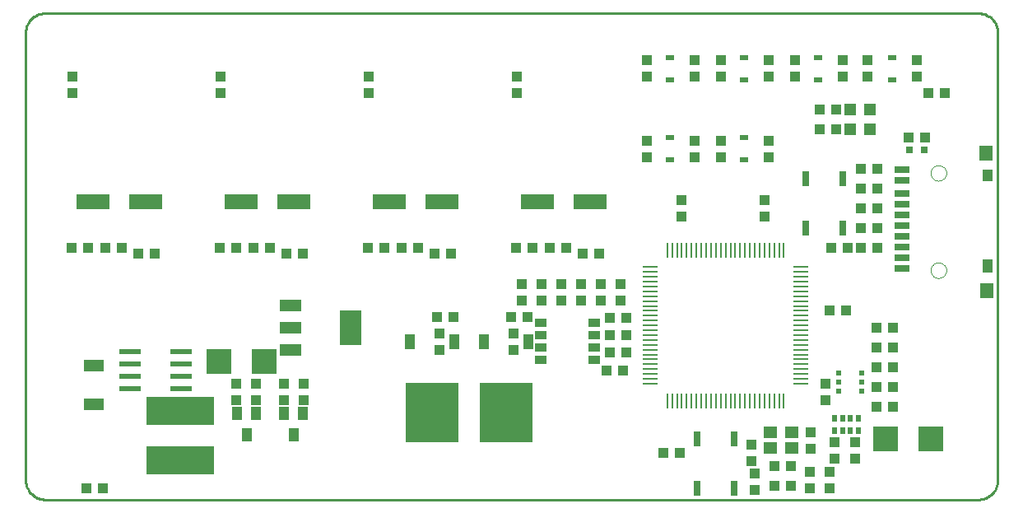
<source format=gtp>
G75*
G70*
%OFA0B0*%
%FSLAX24Y24*%
%IPPOS*%
%LPD*%
%AMOC8*
5,1,8,0,0,1.08239X$1,22.5*
%
%ADD10C,0.0100*%
%ADD11R,0.0106X0.0591*%
%ADD12R,0.0591X0.0106*%
%ADD13R,0.0551X0.0472*%
%ADD14R,0.0433X0.0394*%
%ADD15R,0.0394X0.0433*%
%ADD16R,0.0300X0.0600*%
%ADD17R,0.0197X0.0197*%
%ADD18R,0.0327X0.0248*%
%ADD19R,0.0472X0.0472*%
%ADD20R,0.1000X0.1000*%
%ADD21R,0.0315X0.0315*%
%ADD22R,0.0531X0.0591*%
%ADD23R,0.0394X0.0551*%
%ADD24R,0.0394X0.0512*%
%ADD25R,0.0591X0.0295*%
%ADD26C,0.0000*%
%ADD27R,0.1378X0.0630*%
%ADD28R,0.2126X0.2441*%
%ADD29R,0.0394X0.0630*%
%ADD30R,0.0880X0.0480*%
%ADD31R,0.0866X0.1417*%
%ADD32R,0.0197X0.0256*%
%ADD33R,0.2756X0.1122*%
%ADD34R,0.0870X0.0240*%
%ADD35R,0.0827X0.0500*%
%ADD36R,0.0450X0.0360*%
D10*
X003080Y001725D02*
X003080Y019835D01*
X003082Y019889D01*
X003087Y019942D01*
X003096Y019995D01*
X003109Y020047D01*
X003125Y020099D01*
X003145Y020149D01*
X003168Y020197D01*
X003195Y020244D01*
X003224Y020289D01*
X003257Y020332D01*
X003292Y020372D01*
X003330Y020410D01*
X003370Y020445D01*
X003413Y020478D01*
X003458Y020507D01*
X003505Y020534D01*
X003553Y020557D01*
X003603Y020577D01*
X003655Y020593D01*
X003707Y020606D01*
X003760Y020615D01*
X003813Y020620D01*
X003867Y020622D01*
X041663Y020622D01*
X041717Y020620D01*
X041770Y020615D01*
X041823Y020606D01*
X041875Y020593D01*
X041927Y020577D01*
X041977Y020557D01*
X042025Y020534D01*
X042072Y020507D01*
X042117Y020478D01*
X042160Y020445D01*
X042200Y020410D01*
X042238Y020372D01*
X042273Y020332D01*
X042306Y020289D01*
X042335Y020244D01*
X042362Y020197D01*
X042385Y020149D01*
X042405Y020099D01*
X042421Y020047D01*
X042434Y019995D01*
X042443Y019942D01*
X042448Y019889D01*
X042450Y019835D01*
X042450Y001725D01*
X042448Y001671D01*
X042443Y001618D01*
X042434Y001565D01*
X042421Y001513D01*
X042405Y001461D01*
X042385Y001411D01*
X042362Y001363D01*
X042335Y001316D01*
X042306Y001271D01*
X042273Y001228D01*
X042238Y001188D01*
X042200Y001150D01*
X042160Y001115D01*
X042117Y001082D01*
X042072Y001053D01*
X042025Y001026D01*
X041977Y001003D01*
X041927Y000983D01*
X041875Y000967D01*
X041823Y000954D01*
X041770Y000945D01*
X041717Y000940D01*
X041663Y000938D01*
X041663Y000937D02*
X003867Y000937D01*
X003867Y000938D02*
X003813Y000940D01*
X003760Y000945D01*
X003707Y000954D01*
X003655Y000967D01*
X003603Y000983D01*
X003553Y001003D01*
X003505Y001026D01*
X003458Y001053D01*
X003413Y001082D01*
X003370Y001115D01*
X003330Y001150D01*
X003292Y001188D01*
X003257Y001228D01*
X003224Y001271D01*
X003195Y001316D01*
X003168Y001363D01*
X003145Y001411D01*
X003125Y001461D01*
X003109Y001513D01*
X003096Y001565D01*
X003087Y001618D01*
X003082Y001671D01*
X003080Y001725D01*
D11*
X029068Y004936D03*
X029265Y004936D03*
X029461Y004936D03*
X029658Y004936D03*
X029855Y004936D03*
X030052Y004936D03*
X030249Y004936D03*
X030446Y004936D03*
X030643Y004936D03*
X030839Y004936D03*
X031036Y004936D03*
X031233Y004936D03*
X031430Y004936D03*
X031627Y004936D03*
X031824Y004936D03*
X032021Y004936D03*
X032217Y004936D03*
X032414Y004936D03*
X032611Y004936D03*
X032808Y004936D03*
X033005Y004936D03*
X033202Y004936D03*
X033399Y004936D03*
X033595Y004936D03*
X033792Y004936D03*
X033792Y011038D03*
X033595Y011038D03*
X033399Y011038D03*
X033202Y011038D03*
X033005Y011038D03*
X032808Y011038D03*
X032611Y011038D03*
X032414Y011038D03*
X032217Y011038D03*
X032021Y011038D03*
X031824Y011038D03*
X031627Y011038D03*
X031430Y011038D03*
X031233Y011038D03*
X031036Y011038D03*
X030839Y011038D03*
X030643Y011038D03*
X030446Y011038D03*
X030249Y011038D03*
X030052Y011038D03*
X029855Y011038D03*
X029658Y011038D03*
X029461Y011038D03*
X029265Y011038D03*
X029068Y011038D03*
D12*
X028379Y010350D03*
X028379Y010153D03*
X028379Y009956D03*
X028379Y009759D03*
X028379Y009562D03*
X028379Y009365D03*
X028379Y009168D03*
X028379Y008972D03*
X028379Y008775D03*
X028379Y008578D03*
X028379Y008381D03*
X028379Y008184D03*
X028379Y007987D03*
X028379Y007790D03*
X028379Y007594D03*
X028379Y007397D03*
X028379Y007200D03*
X028379Y007003D03*
X028379Y006806D03*
X028379Y006609D03*
X028379Y006412D03*
X028379Y006216D03*
X028379Y006019D03*
X028379Y005822D03*
X028379Y005625D03*
X034481Y005625D03*
X034481Y005822D03*
X034481Y006019D03*
X034481Y006216D03*
X034481Y006412D03*
X034481Y006609D03*
X034481Y006806D03*
X034481Y007003D03*
X034481Y007200D03*
X034481Y007397D03*
X034481Y007594D03*
X034481Y007790D03*
X034481Y007987D03*
X034481Y008184D03*
X034481Y008381D03*
X034481Y008578D03*
X034481Y008775D03*
X034481Y008972D03*
X034481Y009168D03*
X034481Y009365D03*
X034481Y009562D03*
X034481Y009759D03*
X034481Y009956D03*
X034481Y010153D03*
X034481Y010350D03*
D13*
X034113Y003652D03*
X033247Y003652D03*
X033247Y003022D03*
X034113Y003022D03*
D14*
X034065Y002287D03*
X033395Y002287D03*
X033395Y001487D03*
X034065Y001487D03*
X037545Y005487D03*
X038215Y005487D03*
X038215Y007887D03*
X037545Y007887D03*
X036315Y008587D03*
X035645Y008587D03*
X036895Y011937D03*
X037565Y011937D03*
X037565Y012737D03*
X036895Y012737D03*
X031230Y014803D03*
X031230Y015472D03*
X028230Y015472D03*
X028230Y014803D03*
X028230Y018053D03*
X028230Y018722D03*
X031230Y018722D03*
X031230Y018053D03*
X034230Y018053D03*
X034230Y018722D03*
X037180Y018722D03*
X037180Y018053D03*
X023615Y011137D03*
X022945Y011137D03*
X023180Y009672D03*
X023980Y009672D03*
X024780Y009672D03*
X025580Y009672D03*
X026380Y009672D03*
X027180Y009672D03*
X027180Y009003D03*
X026380Y009003D03*
X025580Y009003D03*
X024780Y009003D03*
X023980Y009003D03*
X023180Y009003D03*
X022830Y007672D03*
X022830Y007003D03*
X019830Y007003D03*
X019830Y007672D03*
X014330Y005622D03*
X013530Y005622D03*
X013530Y004953D03*
X014330Y004953D03*
X012405Y004953D03*
X011605Y004953D03*
X011605Y005622D03*
X012405Y005622D03*
X006215Y001387D03*
X005545Y001387D03*
X005615Y011137D03*
X004945Y011137D03*
X010945Y011137D03*
X011615Y011137D03*
X016945Y011137D03*
X017615Y011137D03*
X026745Y008307D03*
X027415Y008307D03*
X027265Y006167D03*
X026595Y006167D03*
D15*
X026745Y006887D03*
X027415Y006887D03*
X027415Y007607D03*
X026745Y007607D03*
X023415Y008337D03*
X022745Y008337D03*
X020415Y008337D03*
X019745Y008337D03*
X019645Y010887D03*
X020315Y010887D03*
X018965Y011137D03*
X018295Y011137D03*
X014315Y010887D03*
X013645Y010887D03*
X012965Y011137D03*
X012295Y011137D03*
X008315Y010887D03*
X007645Y010887D03*
X006965Y011137D03*
X006295Y011137D03*
X004980Y017403D03*
X004980Y018072D03*
X010980Y018072D03*
X010980Y017403D03*
X016980Y017403D03*
X016980Y018072D03*
X022980Y018072D03*
X022980Y017403D03*
X030180Y018053D03*
X030180Y018722D03*
X033180Y018722D03*
X033180Y018053D03*
X035245Y016737D03*
X035915Y016737D03*
X035915Y015937D03*
X035245Y015937D03*
X033180Y015472D03*
X033180Y014803D03*
X030180Y014803D03*
X030180Y015472D03*
X029655Y013072D03*
X029655Y012403D03*
X026315Y010887D03*
X025645Y010887D03*
X024965Y011137D03*
X024295Y011137D03*
X033005Y012403D03*
X033005Y013072D03*
X036895Y013537D03*
X037565Y013537D03*
X037565Y014337D03*
X036895Y014337D03*
X038845Y015587D03*
X039515Y015587D03*
X039645Y017387D03*
X040315Y017387D03*
X039180Y018053D03*
X039180Y018722D03*
X036180Y018722D03*
X036180Y018053D03*
X036365Y011137D03*
X036895Y011137D03*
X037565Y011137D03*
X035695Y011137D03*
X037545Y007087D03*
X038215Y007087D03*
X038215Y006287D03*
X037545Y006287D03*
X035480Y005622D03*
X035480Y004953D03*
X037545Y004687D03*
X038215Y004687D03*
X036680Y003272D03*
X035830Y003272D03*
X034880Y003003D03*
X035830Y002603D03*
X036680Y002603D03*
X035630Y002072D03*
X034830Y002072D03*
X034830Y001403D03*
X035630Y001403D03*
X032605Y001328D03*
X032605Y001997D03*
X032480Y002503D03*
X032480Y003172D03*
X034880Y003672D03*
X029565Y002837D03*
X028895Y002837D03*
D16*
X030280Y003387D03*
X031780Y003387D03*
X031780Y001387D03*
X030280Y001387D03*
X034680Y011937D03*
X036180Y011937D03*
X036180Y013937D03*
X034680Y013937D03*
D17*
X036008Y006061D03*
X036008Y005687D03*
X036008Y005313D03*
X036952Y005313D03*
X036952Y005687D03*
X036952Y006061D03*
D18*
X032180Y014685D03*
X032180Y015590D03*
X029180Y015590D03*
X029180Y014685D03*
X029180Y017935D03*
X029180Y018840D03*
X032180Y018840D03*
X032180Y017935D03*
X035180Y017935D03*
X035180Y018840D03*
X038180Y018840D03*
X038180Y017935D03*
D19*
X037293Y016737D03*
X036467Y016737D03*
X036467Y015937D03*
X037293Y015937D03*
D20*
X012755Y006537D03*
X010905Y006537D03*
X037905Y003387D03*
X039755Y003387D03*
D21*
X039475Y015087D03*
X038885Y015087D03*
D22*
X041983Y014973D03*
X042002Y009402D03*
D23*
X042042Y010396D03*
X014304Y004420D03*
X013556Y004420D03*
X012404Y004420D03*
X011656Y004420D03*
X012030Y003554D03*
X013930Y003554D03*
D24*
X042042Y014067D03*
D25*
X038587Y013851D03*
X038587Y014284D03*
X038587Y013339D03*
X038587Y012906D03*
X038587Y012473D03*
X038587Y012040D03*
X038587Y011607D03*
X038587Y011174D03*
X038587Y010740D03*
X038587Y010307D03*
D26*
X039739Y010219D02*
X039741Y010254D01*
X039747Y010289D01*
X039757Y010323D01*
X039770Y010356D01*
X039787Y010387D01*
X039808Y010415D01*
X039831Y010442D01*
X039858Y010465D01*
X039886Y010486D01*
X039917Y010503D01*
X039950Y010516D01*
X039984Y010526D01*
X040019Y010532D01*
X040054Y010534D01*
X040089Y010532D01*
X040124Y010526D01*
X040158Y010516D01*
X040191Y010503D01*
X040222Y010486D01*
X040250Y010465D01*
X040277Y010442D01*
X040300Y010415D01*
X040321Y010387D01*
X040338Y010356D01*
X040351Y010323D01*
X040361Y010289D01*
X040367Y010254D01*
X040369Y010219D01*
X040367Y010184D01*
X040361Y010149D01*
X040351Y010115D01*
X040338Y010082D01*
X040321Y010051D01*
X040300Y010023D01*
X040277Y009996D01*
X040250Y009973D01*
X040222Y009952D01*
X040191Y009935D01*
X040158Y009922D01*
X040124Y009912D01*
X040089Y009906D01*
X040054Y009904D01*
X040019Y009906D01*
X039984Y009912D01*
X039950Y009922D01*
X039917Y009935D01*
X039886Y009952D01*
X039858Y009973D01*
X039831Y009996D01*
X039808Y010023D01*
X039787Y010051D01*
X039770Y010082D01*
X039757Y010115D01*
X039747Y010149D01*
X039741Y010184D01*
X039739Y010219D01*
X039739Y014156D02*
X039741Y014191D01*
X039747Y014226D01*
X039757Y014260D01*
X039770Y014293D01*
X039787Y014324D01*
X039808Y014352D01*
X039831Y014379D01*
X039858Y014402D01*
X039886Y014423D01*
X039917Y014440D01*
X039950Y014453D01*
X039984Y014463D01*
X040019Y014469D01*
X040054Y014471D01*
X040089Y014469D01*
X040124Y014463D01*
X040158Y014453D01*
X040191Y014440D01*
X040222Y014423D01*
X040250Y014402D01*
X040277Y014379D01*
X040300Y014352D01*
X040321Y014324D01*
X040338Y014293D01*
X040351Y014260D01*
X040361Y014226D01*
X040367Y014191D01*
X040369Y014156D01*
X040367Y014121D01*
X040361Y014086D01*
X040351Y014052D01*
X040338Y014019D01*
X040321Y013988D01*
X040300Y013960D01*
X040277Y013933D01*
X040250Y013910D01*
X040222Y013889D01*
X040191Y013872D01*
X040158Y013859D01*
X040124Y013849D01*
X040089Y013843D01*
X040054Y013841D01*
X040019Y013843D01*
X039984Y013849D01*
X039950Y013859D01*
X039917Y013872D01*
X039886Y013889D01*
X039858Y013910D01*
X039831Y013933D01*
X039808Y013960D01*
X039787Y013988D01*
X039770Y014019D01*
X039757Y014052D01*
X039747Y014086D01*
X039741Y014121D01*
X039739Y014156D01*
D27*
X025943Y012987D03*
X023817Y012987D03*
X019943Y012987D03*
X017817Y012987D03*
X013943Y012987D03*
X011817Y012987D03*
X007943Y012987D03*
X005817Y012987D03*
D28*
X019530Y004453D03*
X022530Y004453D03*
D29*
X021632Y007327D03*
X020428Y007327D03*
X018632Y007327D03*
X023428Y007327D03*
D30*
X013810Y006977D03*
X013810Y007887D03*
X013810Y008797D03*
D31*
X016250Y007887D03*
D32*
X035858Y004233D03*
X036173Y004233D03*
X036487Y004233D03*
X036802Y004233D03*
X036802Y003741D03*
X036487Y003741D03*
X036173Y003741D03*
X035858Y003741D03*
D33*
X009330Y004537D03*
X009330Y002537D03*
D34*
X009360Y005437D03*
X009360Y005937D03*
X009360Y006437D03*
X009360Y006937D03*
X007300Y006937D03*
X007300Y006437D03*
X007300Y005937D03*
X007300Y005437D03*
D35*
X005830Y004808D03*
X005830Y006367D03*
D36*
X023955Y006587D03*
X023955Y007087D03*
X023955Y007587D03*
X023955Y008087D03*
X026105Y008087D03*
X026105Y007587D03*
X026105Y007087D03*
X026105Y006587D03*
M02*

</source>
